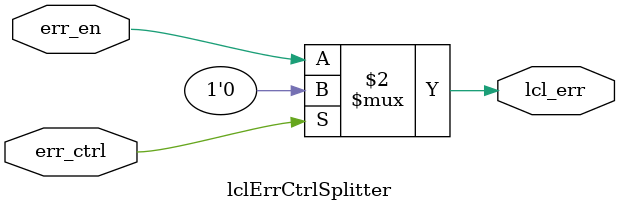
<source format=v>
`timescale 1ns / 1ps
module lclErrCtrlSplitter(err_en, err_ctrl, lcl_err);
	 
	 parameter INW = 1;
	 parameter LCL = 1;
	 
    input err_en;
    input [INW-1 : 0] err_ctrl;
    output [LCL-1 : 0] lcl_err;

	genvar i;
	generate
		for(i = 0; i < LCL; i = i + 1)
		begin : ONEHOT
			assign lcl_err[i] = (err_ctrl == i)? err_en : 1'b0;
		end
	endgenerate
endmodule

</source>
